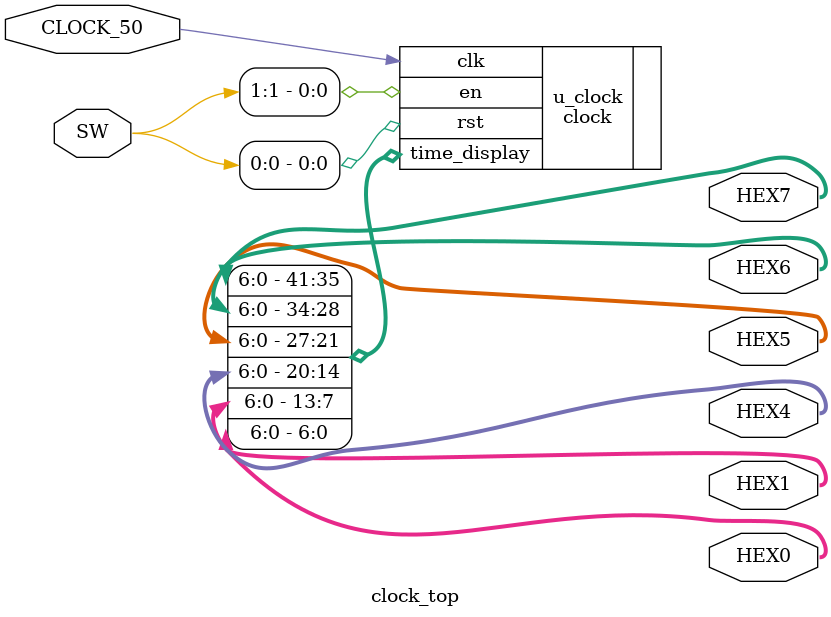
<source format=v>
module clock_top #(
    parameter CLK_FREQ = 25_000_000,
    parameter HOUR = 5,
    parameter MINUTE = 3,
    parameter SECOND = 21
)(
    input CLOCK_50,
    input [17: 0] SW,
    output [6: 0] HEX0,
    output [6: 0] HEX1,
    output [6: 0] HEX4,
    output [6: 0] HEX5,
    output [6: 0] HEX6,
    output [6: 0] HEX7
);
    clock #(
        .CLK_FREQ(CLK_FREQ),
        .HOUR(HOUR),
        .MINUTE(MINUTE),
        .SECOND(SECOND)
    ) u_clock (
        .clk(CLOCK_50),
        .rst(SW[0]),
        .en(SW[1]),
        .time_display({HEX7, HEX6, HEX5, HEX4, HEX1, HEX0})
    );

endmodule
</source>
